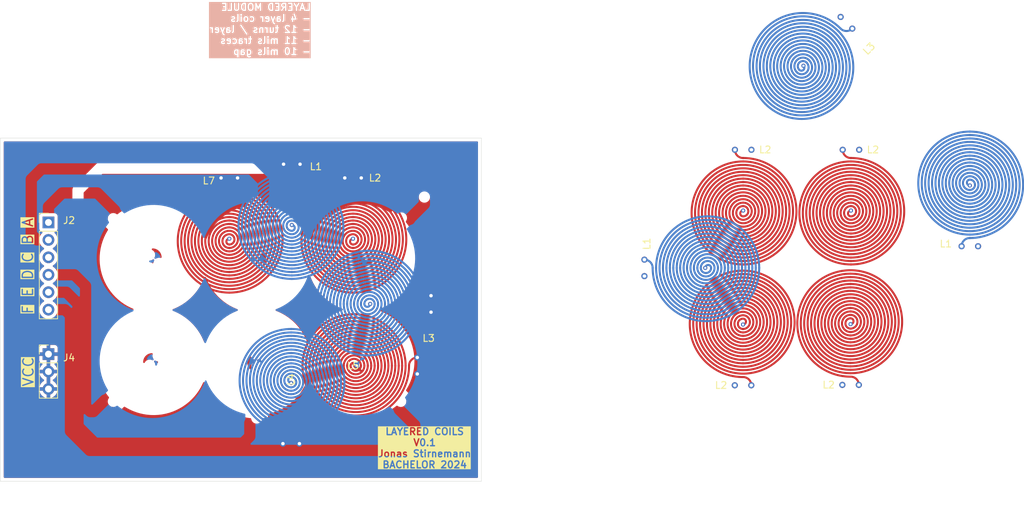
<source format=kicad_pcb>
(kicad_pcb (version 20240108) (generator "pcbnew") (generator_version "8.0")
  (layers (0 "F.Cu" signal) (1 "In1.Cu" signal) (2 "In2.Cu" signal) (31 "B.Cu" signal) (34 "B.Paste" user) (35 "F.Paste" user) (36 "B.SilkS" user "B.Silkscreen") (37 "F.SilkS" user "F.Silkscreen") (38 "B.Mask" user) (39 "F.Mask" user) (44 "Edge.Cuts" user))
  (net 0 "")
  (net 1 "/C")
  (net 2 "/E")
  (net 3 "/A")
  (net 4 "/B")
  (net 5 "/F")
  (net 6 "/D")
  (net 7 "VCC")
  (footprint "sub_coils:top_coil" (layer "F.Cu") (at 190.4492 45.8978 90)
    (property "Reference" "L2" (at 9.35 3.2 360) (layer "F.SilkS"))
    (property "Value" "top_coil")
    (fp_arc (start 8.15 0) (mid 8.501472 -0.848528) (end 9.35 -1.2) (stroke (width 0.3)) (layer "F.Cu"))
    (fp_arc (start 8.15 0) (mid 0.4 7.75) (end -7.35 0) (stroke (width 0.3)) (layer "F.Cu"))
    (fp_arc (start 7.65 0) (mid 0.4 7.25) (end -6.85 0) (stroke (width 0.3)) (layer "F.Cu"))
    (fp_arc (start 7.15 0) (mid 0.4 6.75) (end -6.35 0) (stroke (width 0.3)) (layer "F.Cu"))
    (fp_arc (start 6.65 0) (mid 0.4 6.25) (end -5.85 0) (stroke (width 0.3)) (layer "F.Cu"))
    (fp_arc (start 6.15 0) (mid 0.4 5.75) (end -5.35 0) (stroke (width 0.3)) (layer "F.Cu"))
    (fp_arc (start 5.65 0) (mid 0.4 5.25) (end -4.85 0) (stroke (width 0.3)) (layer "F.Cu"))
    (fp_arc (start 5.15 0) (mid 0.4 4.75) (end -4.35 0) (stroke (width 0.3)) (layer "F.Cu"))
    (fp_arc (start 4.65 0) (mid 0.4 4.25) (end -3.85 0) (stroke (width 0.3)) (layer "F.Cu"))
    (fp_arc (start 4.15 0) (mid 0.4 3.75) (end -3.35 0) (stroke (width 0.3)) (layer "F.Cu"))
    (fp_arc (start 3.65 0) (mid 0.4 3.25) (end -2.85 0) (stroke (width 0.3)) (layer "F.Cu"))
    (fp_arc (start 3.15 0) (mid 0.4 2.75) (end -2.35 0) (stroke (width 0.3)) (layer "F.Cu"))
    (fp_arc (start 2.65 0) (mid 0.4 2.25) (end -1.85 0) (stroke (width 0.3)) (layer "F.Cu"))
    (fp_arc (start 2.15 0) (mid 0.4 1.75) (end -1.35 0) (stroke (width 0.3)) (layer "F.Cu"))
    (fp_arc (start 1.65 0) (mid 0.4 1.25) (end -0.85 0) (stroke (width 0.3)) (layer "F.Cu"))
    (fp_arc (start 1.15 0) (mid 0.4 0.75) (end -0.35 0) (stroke (width 0.3)) (layer "F.Cu"))
    (fp_arc (start -0.35 0) (mid 0.075 -0.425) (end 0.5 0) (stroke (width 0.3)) (layer "F.Cu"))
    (fp_arc (start -0.85 0) (mid 0.15 -1) (end 1.15 0) (stroke (width 0.3)) (layer "F.Cu"))
    (fp_arc (start -1.35 0) (mid 0.15 -1.5) (end 1.65 0) (stroke (width 0.3)) (layer "F.Cu"))
    (fp_arc (start -1.85 0) (mid 0.15 -2) (end 2.15 0) (stroke (width 0.3)) (layer "F.Cu"))
    (fp_arc (start -2.35 0) (mid 0.15 -2.5) (end 2.65 0) (stroke (width 0.3)) (layer "F.Cu"))
    (fp_arc (start -2.85 0) (mid 0.15 -3) (end 3.15 0) (stroke (width 0.3)) (layer "F.Cu"))
    (fp_arc (start -3.35 0) (mid 0.15 -3.5) (end 3.65 0) (stroke (width 0.3)) (layer "F.Cu"))
    (fp_arc (start -3.85 0) (mid 0.15 -4) (end 4.15 0) (stroke (width 0.3)) (layer "F.Cu"))
    (fp_arc (start -4.35 0) (mid 0.15 -4.5) (end 4.65 0) (stroke (width 0.3)) (layer "F.Cu"))
    (fp_arc (start -4.85 0) (mid 0.15 -5) (end 5.15 0) (stroke (width 0.3)) (layer "F.Cu"))
    (fp_arc (start -5.35 0) (mid 0.15 -5.5) (end 5.65 0) (stroke (width 0.3)) (layer "F.Cu"))
    (fp_arc (start -5.85 0) (mid 0.15 -6) (end 6.15 0) (stroke (width 0.3)) (layer "F.Cu"))
    (fp_arc (start -6.35 0) (mid 0.15 -6.5) (end 6.65 0) (stroke (width 0.3)) (layer "F.Cu"))
    (fp_arc (start -6.85 0) (mid 0.15 -7) (end 7.15 0) (stroke (width 0.3)) (layer "F.Cu"))
    (fp_arc (start -7.35 0) (mid 0.15 -7.5) (end 7.65 0) (stroke (width 0.3)) (layer "F.Cu"))
    (pad "1" thru_hole circle (at 9.35 -1.2 90) (size 0.9 0.9) (drill 0.5) (layers "*.Cu"))
    (pad "2" thru_hole circle (at 9.35 1.2 90) (size 0.9 0.9) (drill 0.5) (layers "*.Cu"))
    (pad "3" thru_hole circle (at 0.5 0 90) (size 0.6 0.6) (drill 0.3) (layers "*.Cu"))
  )
  (footprint "sub_coils:sub_coil" (layer "F.Cu") (at 183.186847 24.661353 45)
    (property "Reference" "L3" (at 9 5 45) (layer "F.SilkS"))
    (property "Value" "sub_coil")
    (fp_arc (start -7.35 0) (mid 0.4 -7.750001) (end 8.15 0) (stroke (width 0.3)) (layer "B.Cu"))
    (fp_arc (start -6.849999 0) (mid 0.4 -7.25) (end 7.65 0) (stroke (width 0.3)) (layer "B.Cu"))
    (fp_arc (start -6.35 0) (mid 0.4 -6.75) (end 7.149999 0) (stroke (width 0.3)) (layer "B.Cu"))
    (fp_arc (start -5.85 0) (mid 0.4 -6.250001) (end 6.65 0) (stroke (width 0.3)) (layer "B.Cu"))
    (fp_arc (start -5.35 0) (mid 0.4 -5.75) (end 6.15 0) (stroke (width 0.3)) (layer "B.Cu"))
    (fp_arc (start -4.85 0) (mid 0.4 -5.250001) (end 5.65 0) (stroke (width 0.3)) (layer "B.Cu"))
    (fp_arc (start -4.349999 0) (mid 0.4 -4.75) (end 5.15 0) (stroke (width 0.3)) (layer "B.Cu"))
    (fp_arc (start -3.85 0) (mid 0.4 -4.25) (end 4.650001 0) (stroke (width 0.3)) (layer "B.Cu"))
    (fp_arc (start -3.35 0) (mid 0.4 -3.750001) (end 4.15 0) (stroke (width 0.3)) (layer "B.Cu"))
    (fp_arc (start -2.85 0) (mid 0.4 -3.25) (end 3.65 0) (stroke (width 0.3)) (layer "B.Cu"))
    (fp_arc (start -2.35 0) (mid 0.4 -2.75) (end 3.149999 0) (stroke (width 0.3)) (layer "B.Cu"))
    (fp_arc (start -1.850001 0) (mid 0.4 -2.250001) (end 2.65 0) (stroke (width 0.3)) (layer "B.Cu"))
    (fp_arc (start -1.35 0) (mid 0.4 -1.75) (end 2.150001 0) (stroke (width 0.3)) (layer "B.Cu"))
    (fp_arc (start -0.85 0) (mid 0.4 -1.250001) (end 1.65 0) (stroke (width 0.3)) (layer "B.Cu"))
    (fp_arc (start -0.349999 0) (mid 0.4 -0.75) (end 1.15 0) (stroke (width 0.3)) (layer "B.Cu"))
    (fp_arc (start 0.499999 0) (mid 0.075 0.424999) (end -0.349999 0) (stroke (width 0.3)) (layer "B.Cu"))
    (fp_arc (start 1.15 0) (mid 0.15 1) (end -0.85 0) (stroke (width 0.3)) (layer "B.Cu"))
    (fp_arc (start 1.65 0) (mid 0.15 1.5) (end -1.35 0) (stroke (width 0.3)) (layer "B.Cu"))
    (fp_arc (start 2.150001 0) (mid 0.15 2.000001) (end -1.850001 0) (stroke (width 0.3)) (layer "B.Cu"))
    (fp_arc (start 2.65 0) (mid 0.15 2.5) (end -2.35 0) (stroke (width 0.3)) (layer "B.Cu"))
    (fp_arc (start 3.149999 0) (mid 0.15 3) (end -2.85 0) (stroke (width 0.3)) (layer "B.Cu"))
    (fp_arc (start 3.65 0) (mid 0.15 3.5) (end -3.35 0) (stroke (width 0.3)) (layer "B.Cu"))
    (fp_arc (start 4.15 0) (mid 0.15 4) (end -3.85 0) (stroke (width 0.3)) (layer "B.Cu"))
    (fp_arc (start 4.650001 0) (mid 0.15 4.500001) (end -4.349999 0) (stroke (width 0.3)) (layer "B.Cu"))
    (fp_arc (start 5.15 0) (mid 0.15 5) (end -4.85 0) (stroke (width 0.3)) (layer "B.Cu"))
    (fp_arc (start 5.65 0) (mid 0.15 5.5) (end -5.35 0) (stroke (width 0.3)) (layer "B.Cu"))
    (fp_arc (start 6.15 0) (mid 0.15 6) (end -5.85 0) (stroke (width 0.3)) (layer "B.Cu"))
    (fp_arc (start 6.65 0) (mid 0.15 6.5) (end -6.35 0) (stroke (width 0.3)) (layer "B.Cu"))
    (fp_arc (start 7.149999 0) (mid 0.15 6.999999) (end -6.849999 0) (stroke (width 0.3)) (layer "B.Cu"))
    (fp_arc (start 7.65 0) (mid 0.15 7.5) (end -7.35 0) (stroke (width 0.3)) (layer "B.Cu"))
    (fp_arc (start 9.35 1.200001) (mid 8.501471 0.848529) (end 8.15 0) (stroke (width 0.3)) (layer "B.Cu"))
    (pad "1" thru_hole circle (at 9.35 -1.200001 45) (size 0.9 0.9) (drill 0.5) (layers "*.Cu"))
    (pad "2" thru_hole circle (at 9.35 1.200001 45) (size 0.9 0.9) (drill 0.5) (layers "*.Cu"))
    (pad "3" thru_hole circle (at 0.499999 0 45) (size 0.6 0.6) (drill 0.3) (layers "*.Cu"))
  )
  (footprint "Connector_PinHeader_2.54mm:PinHeader_1x06_P2.54mm_Vertical" (layer "F.Cu") (at 73.684315 47.134315)
    (property "Reference" "J2" (at 3 -0.3 0) (layer "F.SilkS"))
    (property "Value" "Conn_01x06_Pin")
    (fp_line (start -1.33 -1.33) (end 0 -1.33) (stroke (width 0.12)) (layer "F.SilkS"))
    (fp_line (start -1.33 0) (end -1.33 -1.33) (stroke (width 0.12)) (layer "F.SilkS"))
    (fp_line (start -1.33 1.27) (end -1.33 14.03) (stroke (width 0.12)) (layer "F.SilkS"))
    (fp_line (start -1.33 1.27) (end 1.33 1.27) (stroke (width 0.12)) (layer "F.SilkS"))
    (fp_line (start -1.33 14.03) (end 1.33 14.03) (stroke (width 0.12)) (layer "F.SilkS"))
    (fp_line (start 1.33 1.27) (end 1.33 14.03) (stroke (width 0.12)) (layer "F.SilkS"))
    (pad "1" thru_hole rect (at 0 0) (size 1.7 1.7) (drill 1) (layers "*.Cu" "*.Mask") (net 3 "/A"))
    (pad "2" thru_hole oval (at 0 2.54) (size 1.7 1.7) (drill 1) (layers "*.Cu" "*.Mask") (net 4 "/B"))
    (pad "3" thru_hole oval (at 0 5.08) (size 1.7 1.7) (drill 1) (layers "*.Cu" "*.Mask") (net 1 "/C"))
    (pad "4" thru_hole oval (at 0 7.62) (size 1.7 1.7) (drill 1) (layers "*.Cu" "*.Mask") (net 6 "/D"))
    (pad "5" thru_hole oval (at 0 10.16) (size 1.7 1.7) (drill 1) (layers "*.Cu" "*.Mask") (net 2 "/E"))
    (pad "6" thru_hole oval (at 0 12.7) (size 1.7 1.7) (drill 1) (layers "*.Cu" "*.Mask") (net 5 "/F"))
  )
  (footprint "sub_coils:sub_coil" (layer "F.Cu") (at 169.75 53.75 180)
    (property "Reference" "L1" (at 9 3.5 90) (layer "F.SilkS"))
    (property "Value" "sub_coil")
    (fp_arc (start 9.35 1.200001) (mid 8.501471 0.848529) (end 8.15 0) (stroke (width 0.3)) (layer "B.Cu"))
    (fp_arc (start 7.65 0) (mid 0.15 7.5) (end -7.35 0) (stroke (width 0.3)) (layer "B.Cu"))
    (fp_arc (start 7.149999 0) (mid 0.15 6.999999) (end -6.849999 0) (stroke (width 0.3)) (layer "B.Cu"))
    (fp_arc (start 6.65 0) (mid 0.15 6.5) (end -6.35 0) (stroke (width 0.3)) (layer "B.Cu"))
    (fp_arc (start 6.15 0) (mid 0.15 6) (end -5.85 0) (stroke (width 0.3)) (layer "B.Cu"))
    (fp_arc (start 5.65 0) (mid 0.15 5.5) (end -5.35 0) (stroke (width 0.3)) (layer "B.Cu"))
    (fp_arc (start 5.15 0) (mid 0.15 5) (end -4.85 0) (stroke (width 0.3)) (layer "B.Cu"))
    (fp_arc (start 4.650001 0) (mid 0.15 4.500001) (end -4.349999 0) (stroke (width 0.3)) (layer "B.Cu"))
    (fp_arc (start 4.15 0) (mid 0.15 4) (end -3.85 0) (stroke (width 0.3)) (layer "B.Cu"))
    (fp_arc (start 3.65 0) (mid 0.15 3.5) (end -3.35 0) (stroke (width 0.3)) (layer "B.Cu"))
    (fp_arc (start 3.149999 0) (mid 0.15 2.999999) (end -2.85 0) (stroke (width 0.3)) (layer "B.Cu"))
    (fp_arc (start 2.65 0) (mid 0.15 2.5) (end -2.35 0) (stroke (width 0.3)) (layer "B.Cu"))
    (fp_arc (start 2.150001 0) (mid 0.15 2.000001) (end -1.850001 0) (stroke (width 0.3)) (layer "B.Cu"))
    (fp_arc (start 1.65 0) (mid 0.15 1.5) (end -1.35 0) (stroke (width 0.3)) (layer "B.Cu"))
    (fp_arc (start 1.15 0) (mid 0.15 1) (end -0.85 0) (stroke (width 0.3)) (layer "B.Cu"))
    (fp_arc (start 0.499999 0) (mid 0.075 0.424999) (end -0.349999 0) (stroke (width 0.3)) (layer "B.Cu"))
    (fp_arc (start -0.349999 0) (mid 0.4 -0.749999) (end 1.15 0) (stroke (width 0.3)) (layer "B.Cu"))
    (fp_arc (start -0.85 0) (mid 0.4 -1.25) (end 1.65 0) (stroke (width 0.3)) (layer "B.Cu"))
    (fp_arc (start -1.35 0) (mid 0.4 -1.75) (end 2.150001 0) (stroke (width 0.3)) (layer "B.Cu"))
    (fp_arc (start -1.850001 0) (mid 0.4 -2.250001) (end 2.65 0) (stroke (width 0.3)) (layer "B.Cu"))
    (fp_arc (start -2.35 0) (mid 0.4 -2.75) (end 3.149999 0) (stroke (width 0.3)) (layer "B.Cu"))
    (fp_arc (start -2.85 0) (mid 0.4 -3.25) (end 3.65 0) (stroke (width 0.3)) (layer "B.Cu"))
    (fp_arc (start -3.35 0) (mid 0.4 -3.75) (end 4.15 0) (stroke (width 0.3)) (layer "B.Cu"))
    (fp_arc (start -3.85 0) (mid 0.4 -4.25) (end 4.650001 0) (stroke (width 0.3)) (layer "B.Cu"))
    (fp_arc (start -4.349999 0) (mid 0.4 -4.749999) (end 5.15 0) (stroke (width 0.3)) (layer "B.Cu"))
    (fp_arc (start -4.85 0) (mid 0.4 -5.25) (end 5.65 0) (stroke (width 0.3)) (layer "B.Cu"))
    (fp_arc (start -5.35 0) (mid 0.4 -5.75) (end 6.15 0) (stroke (width 0.3)) (layer "B.Cu"))
    (fp_arc (start -5.85 0) (mid 0.4 -6.25) (end 6.65 0) (stroke (width 0.3)) (layer "B.Cu"))
    (fp_arc (start -6.35 0) (mid 0.4 -6.75) (end 7.149999 0) (stroke (width 0.3)) (layer "B.Cu"))
    (fp_arc (start -6.849999 0) (mid 0.4 -7.249999) (end 7.65 0) (stroke (width 0.3)) (layer "B.Cu"))
    (fp_arc (start -7.35 0) (mid 0.4 -7.75) (end 8.15 0) (stroke (width 0.3)) (layer "B.Cu"))
    (pad "1" thru_hole circle (at 9.35 -1.200001 180) (size 0.9 0.9) (drill 0.5) (layers "*.Cu") (net 7 "VCC"))
    (pad "2" thru_hole circle (at 9.35 1.200001 180) (size 0.9 0.9) (drill 0.5) (layers "*.Cu") (net 4 "/B"))
    (pad "3" thru_hole circle (at 0.499999 0 180) (size 0.6 0.6) (drill 0.3) (layers "*.Cu"))
  )
  (footprint "sub_coils:sub_coil" (layer "F.Cu") (at 109 70 -90)
    (property "Reference" "L4" (at 0 0 90) (layer "F.SilkS"))
    (property "Value" "sub_coil")
    (fp_arc (start 9.35 1.2) (mid 8.501472 0.848528) (end 8.15 0) (stroke (width 0.3)) (layer "B.Cu"))
    (fp_arc (start -7.35 0) (mid 0.4 -7.75) (end 8.15 0) (stroke (width 0.3)) (layer "B.Cu"))
    (fp_arc (start -6.85 0) (mid 0.4 -7.25) (end 7.65 0) (stroke (width 0.3)) (layer "B.Cu"))
    (fp_arc (start -6.35 0) (mid 0.4 -6.75) (end 7.15 0) (stroke (width 0.3)) (layer "B.Cu"))
    (fp_arc (start -5.85 0) (mid 0.4 -6.25) (end 6.65 0) (stroke (width 0.3)) (layer "B.Cu"))
    (fp_arc (start -5.35 0) (mid 0.4 -5.75) (end 6.15 0) (stroke (width 0.3)) (layer "B.Cu"))
    (fp_arc (start -4.85 0) (mid 0.4 -5.25) (end 5.65 0) (stroke (width 0.3)) (layer "B.Cu"))
    (fp_arc (start -4.35 0) (mid 0.4 -4.75) (end 5.15 0) (stroke (width 0.3)) (layer "B.Cu"))
    (fp_arc (start -3.85 0) (mid 0.4 -4.25) (end 4.65 0) (stroke (width 0.3)) (layer "B.Cu"))
    (fp_arc (start -3.35 0) (mid 0.4 -3.75) (end 4.15 0) (stroke (width 0.3)) (layer "B.Cu"))
    (fp_arc (start -2.85 0) (mid 0.4 -3.25) (end 3.65 0) (stroke (width 0.3)) (layer "B.Cu"))
    (fp_arc (start -2.35 0) (mid 0.4 -2.75) (end 3.15 0) (stroke (width 0.3)) (layer "B.Cu"))
    (fp_arc (start -1.85 0) (mid 0.4 -2.25) (end 2.65 0) (stroke (width 0.3)) (layer "B.Cu"))
    (fp_arc (start -1.35 0) (mid 0.4 -1.75) (end 2.15 0) (stroke (width 0.3)) (layer "B.Cu"))
    (fp_arc (start -0.85 0) (mid 0.4 -1.25) (end 1.65 0) (stroke (width 0.3)) (layer "B.Cu"))
    (fp_arc (start -0.35 0) (mid 0.4 -0.75) (end 1.15 0) (stroke (width 0.3)) (layer "B.Cu"))
    (fp_arc (start 0.5 0) (mid 0.075 0.425) (end -0.35 0) (stroke (width 0.3)) (layer "B.Cu"))
    (fp_arc (start 1.15 0) (mid 0.15 1) (end -0.85 0) (stroke (width 0.3)) (layer "B.Cu"))
    (fp_arc (start 1.65 0) (mid 0.15 1.5) (end -1.35 0) (stroke (width 0.3)) (layer "B.Cu"))
    (fp_arc (start 2.15 0) (mid 0.15 2) (end -1.85 0) (stroke (width 0.3)) (layer "B.Cu"))
    (fp_arc (start 2.65 0) (mid 0.15 2.5) (end -2.35 0) (stroke (width 0.3)) (layer "B.Cu"))
    (fp_arc (start 3.15 0) (mid 0.15 3) (end -2.85 0) (stroke (width 0.3)) (layer "B.Cu"))
    (fp_arc (start 3.65 0) (mid 0.15 3.5) (end -3.35 0) (stroke (width 0.3)) (layer "B.Cu"))
    (fp_arc (start 4.15 0) (mid 0.15 4) (end -3.85 0) (stroke (width 0.3)) (layer "B.Cu"))
    (fp_arc (start 4.65 0) (mid 0.15 4.5) (end -4.35 0) (stroke (width 0.3)) (layer "B.Cu"))
    (fp_arc (start 5.15 0) (mid 0.15 5) (end -4.85 0) (stroke (width 0.3)) (layer "B.Cu"))
    (fp_arc (start 5.65 0) (mid 0.15 5.5) (end -5.35 0) (stroke (width 0.3)) (layer "B.Cu"))
    (fp_arc (start 6.15 0) (mid 0.15 6) (end -5.85 0) (stroke (width 0.3)) (layer "B.Cu"))
    (fp_arc (start 6.65 0) (mid 0.15 6.5) (end -6.35 0) (stroke (width 0.3)) (layer "B.Cu"))
    (fp_arc (start 7.15 0) (mid 0.15 7) (end -6.85 0) (stroke (width 0.3)) (layer "B.Cu"))
    (fp_arc (start 7.65 0) (mid 0.15 7.5) (end -7.35 0) (stroke (width 0.3)) (layer "B.Cu"))
    (pad "1" thru_hole circle (at 9.35 -1.2 270) (size 0.9 0.9) (drill 0.5) (layers "*.Cu") (net 7 "VCC"))
    (pad "2" thru_hole circle (at 9.35 1.2 270) (size 0.9 0.9) (drill 0.5) (layers "*.Cu") (net 5 "/F"))
    (pad "3" thru_hole circle (at 0.5 0 270) (size 0.6 0.6) (drill 0.3) (layers "*.Cu"))
  )
  (footprint "sub_coils:top_coil" (layer "F.Cu") (at 174.769 45.8982 90)
    (property "Reference" "L2" (at 9.35 3.2 0) (layer "F.SilkS"))
    (property "Value" "top_coil")
    (fp_arc (start 8.15 0) (mid 8.501472 -0.848528) (end 9.35 -1.2) (stroke (width 0.3)) (layer "F.Cu"))
    (fp_arc (start 8.15 0) (mid 0.4 7.75) (end -7.35 0) (stroke (width 0.3)) (layer "F.Cu"))
    (fp_arc (start 7.65 0) (mid 0.4 7.25) (end -6.85 0) (stroke (width 0.3)) (layer "F.Cu"))
    (fp_arc (start 7.15 0) (mid 0.4 6.75) (end -6.35 0) (stroke (width 0.3)) (layer "F.Cu"))
    (fp_arc (start 6.65 0) (mid 0.4 6.25) (end -5.85 0) (stroke (width 0.3)) (layer "F.Cu"))
    (fp_arc (start 6.15 0) (mid 0.4 5.75) (end -5.35 0) (stroke (width 0.3)) (layer "F.Cu"))
    (fp_arc (start 5.65 0) (mid 0.4 5.25) (end -4.85 0) (stroke (width 0.3)) (layer "F.Cu"))
    (fp_arc (start 5.15 0) (mid 0.4 4.75) (end -4.35 0) (stroke (width 0.3)) (layer "F.Cu"))
    (fp_arc (start 4.65 0) (mid 0.4 4.25) (end -3.85 0) (stroke (width 0.3)) (layer "F.Cu"))
    (fp_arc (start 4.15 0) (mid 0.4 3.75) (end -3.35 0) (stroke (width 0.3)) (layer "F.Cu"))
    (fp_arc (start 3.65 0) (mid 0.4 3.25) (end -2.85 0) (stroke (width 0.3)) (layer "F.Cu"))
    (fp_arc (start 3.15 0) (mid 0.4 2.75) (end -2.35 0) (stroke (width 0.3)) (layer "F.Cu"))
    (fp_arc (start 2.65 0) (mid 0.4 2.25) (end -1.85 0) (stroke (width 0.3)) (layer "F.Cu"))
    (fp_arc (start 2.15 0) (mid 0.4 1.75) (end -1.35 0) (stroke (width 0.3)) (layer "F.Cu"))
    (fp_arc (start 1.65 0) (mid 0.4 1.25) (end -0.85 0) (stroke (width 0.3)) (layer "F.Cu"))
    (fp_arc (start 1.15 0) (mid 0.4 0.75) (end -0.35 0) (stroke (width 0.3)) (layer "F.Cu"))
    (fp_arc (start -0.35 0) (mid 0.075 -0.425) (end 0.5 0) (stroke (width 0.3)) (layer "F.Cu"))
    (fp_arc (start -0.85 0) (mid 0.15 -1) (end 1.15 0) (stroke (width 0.3)) (layer "F.Cu"))
    (fp_arc (start -1.35 0) (mid 0.15 -1.5) (end 1.65 0) (stroke (width 0.3)) (layer "F.Cu"))
    (fp_arc (start -1.85 0) (mid 0.15 -2) (end 2.15 0) (stroke (width 0.3)) (layer "F.Cu"))
    (fp_arc (start -2.35 0) (mid 0.15 -2.5) (end 2.65 0) (stroke (width 0.3)) (layer "F.Cu"))
    (fp_arc (start -2.85 0) (mid 0.15 -3) (end 3.15 0) (stroke (width 0.3)) (layer "F.Cu"))
    (fp_arc (start -3.35 0) (mid 0.15 -3.5) (end 3.65 0) (stroke (width 0.3)) (layer "F.Cu"))
    (fp_arc (start -3.85 0) (mid 0.15 -4) (end 4.15 0) (stroke (width 0.3)) (layer "F.Cu"))
    (fp_arc (start -4.35 0) (mid 0.15 -4.5) (end 4.65 0) (stroke (width 0.3)) (layer "F.Cu"))
    (fp_arc (start -4.85 0) (mid 0.15 -5) (end 5.15 0) (stroke (width 0.3)) (layer "F.Cu"))
    (fp_arc (start -5.35 0) (mid 0.15 -5.5) (end 5.65 0) (stroke (width 0.3)) (layer "F.Cu"))
    (fp_arc (start -5.85 0) (mid 0.15 -6) (end 6.15 0) (stroke (width 0.3)) (layer "F.Cu"))
    (fp_arc (start -6.35 0) (mid 0.15 -6.5) (end 6.65 0) (stroke (width 0.3)) (layer "F.Cu"))
    (fp_arc (start -6.85 0) (mid 0.15 -7) (end 7.15 0) (stroke (width 0.3)) (layer "F.Cu"))
    (fp_arc (start -7.35 0) (mid 0.15 -7.5) (end 7.65 0) (stroke (width 0.3)) (layer "F.Cu"))
    (pad "1" thru_hole circle (at 9.35 -1.2 90) (size 0.9 0.9) (drill 0.5) (layers "*.Cu") (net 7 "VCC"))
    (pad "2" thru_hole circle (at 9.35 1.2 90) (size 0.9 0.9) (drill 0.5) (layers "*.Cu") (net 1 "/C"))
    (pad "3" thru_hole circle (at 0.5 0 90) (size 0.6 0.6) (drill 0.3) (layers "*.Cu"))
  )
  (footprint "sub_coils:sub_coil" (layer "F.Cu") (at 207.75 41.25 -90)
    (property "Reference" "L1" (at 9 3.5 360) (layer "F.SilkS"))
    (property "Value" "sub_coil")
    (fp_arc (start 9.35 1.200001) (mid 8.501471 0.848529) (end 8.15 0) (stroke (width 0.3)) (layer "B.Cu"))
    (fp_arc (start -7.35 0) (mid 0.4 -7.75) (end 8.15 0) (stroke (width 0.3)) (layer "B.Cu"))
    (fp_arc (start -6.849999 0) (mid 0.4 -7.249998) (end 7.65 0) (stroke (width 0.3)) (layer "B.Cu"))
    (fp_arc (start -6.35 0) (mid 0.4 -6.750001) (end 7.149999 0) (stroke (width 0.3)) (layer "B.Cu"))
    (fp_arc (start -5.85 0) (mid 0.4 -6.25) (end 6.65 0) (stroke (width 0.3)) (layer "B.Cu"))
    (fp_arc (start -5.35 0) (mid 0.4 -5.75) (end 6.15 0) (stroke (width 0.3)) (layer "B.Cu"))
    (fp_arc (start -4.85 0) (mid 0.4 -5.25) (end 5.65 0) (stroke (width 0.3)) (layer "B.Cu"))
    (fp_arc (start -4.349999 0) (mid 0.400001 -4.749999) (end 5.15 0) (stroke (width 0.3)) (layer "B.Cu"))
    (fp_arc (start -3.85 0) (mid 0.4 -4.249999) (end 4.650001 0) (stroke (width 0.3)) (layer "B.Cu"))
    (fp_arc (start -3.35 0) (mid 0.4 -3.75) (end 4.15 0) (stroke (width 0.3)) (layer "B.Cu"))
    (fp_arc (start -2.85 0) (mid 0.4 -3.25) (end 3.65 0) (stroke (width 0.3)) (layer "B.Cu"))
    (fp_arc (start -2.35 0) (mid 0.4 -2.750001) (end 3.149999 0) (stroke (width 0.3)) (layer "B.Cu"))
    (fp_arc (start -1.850001 0) (mid 0.4 -2.250002) (end 2.65 0) (stroke (width 0.3)) (layer "B.Cu"))
    (fp_arc (start -1.35 0) (mid 0.400001 -1.75) (end 2.150001 0) (stroke (width 0.3)) (layer "B.Cu"))
    (fp_arc (start -0.85 0) (mid 0.4 -1.25) (end 1.65 0) (stroke (width 0.3)) (layer "B.Cu"))
    (fp_arc (start -0.349999 0) (mid 0.400001 -0.749999) (end 1.15 0) (stroke (width 0.3)) (layer "B.Cu"))
    (fp_arc (start 0.499999 0) (mid 0.075 0.424999) (end -0.349999 0) (stroke (width 0.3)) (layer "B.Cu"))
    (fp_arc (start 1.15 0) (mid 0.15 1) (end -0.85 0) (stroke (width 0.3)) (layer "B.Cu"))
    (fp_arc (start 1.65 0) (mid 0.15 1.5) (end -1.35 0) (stroke (width 0.3)) (layer "B.Cu"))
    (fp_arc (start 2.150001 0) (mid 0.15 2.000001) (end -1.850001 0) (stroke (width 0.3)) (layer "B.Cu"))
    (fp_arc (start 2.65 0) (mid 0.15 2.5) (end -2.35 0) (stroke (width 0.3)) (layer "B.Cu"))
    (fp_arc (start 3.149999 0) (mid 0.15 2.999998) (end -2.85 0) (stroke (width 0.3)) (layer "B.Cu"))
    (fp_arc (start 3.65 0) (mid 0.15 3.5) (end -3.35 0) (stroke (width 0.3)) (layer "B.Cu"))
    (fp_arc (start 4.15 0) (mid 0.15 4) (end -3.85 0) (stroke (width 0.3)) (layer "B.Cu"))
    (fp_arc (start 4.650001 0) (mid 0.150001 4.500001) (end -4.349999 0) (stroke (width 0.3)) (layer "B.Cu"))
    (fp_arc (start 5.15 0) (mid 0.15 5) (end -4.85 0) (stroke (width 0.3)) (layer "B.Cu"))
    (fp_arc (start 5.65 0) (mid 0.15 5.5) (end -5.35 0) (stroke (width 0.3)) (layer "B.Cu"))
    (fp_arc (start 6.15 0) (mid 0.15 6) (end -5.85 0) (stroke (width 0.3)) (layer "B.Cu"))
    (fp_arc (start 6.65 0) (mid 0.15 6.5) (end -6.35 0) (stroke (width 0.3)) (layer "B.Cu"))
    (fp_arc (start 7.149999 0) (mid 0.15 6.999999) (end -6.849999 0) (stroke (width 0.3)) (layer "B.Cu"))
    (fp_arc (start 7.65 0) (mid 0.15 7.5) (end -7.35 0) (stroke (width 0.3)) (layer "B.Cu"))
    (pad "1" thru_hole circle (at 9.35 -1.200001 270) (size 0.9 0.9) (drill 0.5) (layers "*.Cu"))
    (pad "2" thru_hole circle (at 9.35 1.200001 270) (size 0.9 0.9) (drill 0.5) (layers "*.Cu"))
    (pad "3" thru_hole circle (at 0.499999 0 270) (size 0.6 0.6) (drill 0.3) (layers "*.Cu"))
  )
  (footprint "sub_coils:sub_coil" (layer "F.Cu") (at 109.093 48 90)
    (property "Reference" "L1" (at 9 3.5 180) (layer "F.SilkS"))
    (property "Value" "sub_coil")
    (fp_arc (start 7.65 0) (mid 0.15 7.5) (end -7.35 0) (stroke (width 0.3)) (layer "B.Cu"))
    (fp_arc (start 7.15 0) (mid 0.15 7) (end -6.85 0) (stroke (width 0.3)) (layer "B.Cu"))
    (fp_arc (start 6.65 0) (mid 0.15 6.5) (end -6.35 0) (stroke (width 0.3)) (layer "B.Cu"))
    (fp_arc (start 6.15 0) (mid 0.15 6) (end -5.85 0) (stroke (width 0.3)) (layer "B.Cu"))
    (fp_arc (start 5.65 0) (mid 0.15 5.5) (end -5.35 0) (stroke (width 0.3)) (layer "B.Cu"))
    (fp_arc (start 5.15 0) (mid 0.15 5) (end -4.85 0) (stroke (width 0.3)) (layer "B.Cu"))
    (fp_arc (start 4.65 0) (mid 0.15 4.5) (end -4.35 0) (stroke (width 0.3)) (layer "B.Cu"))
    (fp_arc (start 4.15 0) (mid 0.15 4) (end -3.85 0) (stroke (width 0.3)) (layer "B.Cu"))
    (fp_arc (start 3.65 0) (mid 0.15 3.5) (end -3.35 0) (stroke (width 0.3)) (layer "B.Cu"))
    (fp_arc (start 3.15 0) (mid 0.15 3) (end -2.85 0) (stroke (width 0.3)) (layer "B.Cu"))
    (fp_arc (start 2.65 0) (mid 0.15 2.5) (end -2.35 0) (stroke (width 0.3)) (layer "B.Cu"))
    (fp_arc (start 2.15 0) (mid 0.15 2) (end -1.85 0) (stroke (width 0.3)) (layer "B.Cu"))
    (fp_arc (start 1.65 0) (mid 0.15 1.5) (end -1.35 0) (stroke (width 0.3)) (layer "B.Cu"))
    (fp_arc (start 1.15 0) (mid 0.15 1) (end -0.85 0) (stroke (width 0.3)) (layer "B.Cu"))
    (fp_arc (start 0.5 0) (mid 0.075 0.425) (end -0.35 0) (stroke (width 0.3)) (layer "B.Cu"))
    (fp_arc (start -0.35 0) (mid 0.4 -0.75) (end 1.15 0) (stroke (width 0.3)) (layer "B.Cu"))
    (fp_arc (start -0.85 0) (mid 0.4 -1.25) (end 1.65 0) (stroke (width 0.3)) (layer "B.Cu"))
    (fp_arc (start -1.35 0) (mid 0.4 -1.75) (end 2.15 0) (stroke (width 0.3)) (layer "B.Cu"))
    (fp_arc (start -1.85 0) (mid 0.4 -2.25) (end 2.65 0) (stroke (width 0.3)) (layer "B.Cu"))
    (fp_arc (start -2.35 0) (mid 0.4 -2.75) (end 3.15 0) (stroke (width 0.3)) (layer "B.Cu"))
    (fp_arc (start -2.85 0) (mid 0.4 -3.25) (end 3.65 0) (stroke (width 0.3)) (layer "B.Cu"))
    (fp_arc (start -3.35 0) (mid 0.4 -3.75) (end 4.15 0) (stroke (width 0.3)) (layer "B.Cu"))
    (fp_arc (start -3.85 0) (mid 0.4 -4.25) (end 4.65 0) (stroke (width 0.3)) (layer "B.Cu"))
    (fp_arc (start -4.35 0) (mid 0.4 -4.75) (end 5.15 0) (stroke (width 0.3)) (layer "B.Cu"))
    (fp_arc (start -4.85 0) (mid 0.4 -5.25) (end 5.65 0) (stroke (width 0.3)) (layer "B.Cu"))
    (fp_arc (start -5.35 0) (mid 0.4 -5.75) (end 6.15 0) (stroke (width 0.3)) (layer "B.Cu"))
    (fp_arc (start -5.85 0) (mid 0.4 -6.25) (end 6.65 0) (stroke (width 0.3)) (layer "B.Cu"))
    (fp_arc (start -6.35 0) (mid 0.4 -6.75) (end 7.15 0) (stroke (width 0.3)) (layer "B.Cu"))
    (fp_arc (start -6.85 0) (mid 0.4 -7.25) (end 7.65 0) (stroke (width 0.3)) (layer "B.Cu"))
    (fp_arc (start -7.35 0) (mid 0.4 -7.75) (end 8.15 0) (stroke (width 0.3)) (layer "B.Cu"))
    (fp_arc (start 9.35 1.2) (mid 8.501472 0.848528) (end 8.15 0) (stroke (width 0.3)) (layer "B.Cu"))
    (pad "1" thru_hole circle (at 9.35 -1.2 90) (size 0.9 0.9) (drill 0.5) (layers "*.Cu") (net 7 "VCC"))
    (pad "2" thru_hole circle (at 9.35 1.2 90) (size 0.9 0.9) (drill 0.5) (layers "*.Cu") (net 4 "/B"))
    (pad "3" thru_hole circle (at 0.5 0 90) (size 0.6 0.6) (drill 0.3) (layers "*.Cu"))
  )
  (footprint "sub_coils:sub_coil" (layer "F.Cu") (at 120 59)
    (property "Reference" "L3" (at 9 5 0) (layer "F.SilkS"))
    (property "Value" "sub_coil")
    (fp_arc (start -7.35 0) (mid 0.4 -7.75) (end 8.15 0) (stroke (width 0.3)) (layer "B.Cu"))
    (fp_arc (start -6.85 0) (mid 0.4 -7.25) (end 7.65 0) (stroke (width 0.3)) (layer "B.Cu"))
    (fp_arc (start -6.35 0) (mid 0.4 -6.75) (end 7.15 0) (stroke (width 0.3)) (layer "B.Cu"))
    (fp_arc (start -5.85 0) (mid 0.4 -6.25) (end 6.65 0) (stroke (width 0.3)) (layer "B.Cu"))
    (fp_arc (start -5.35 0) (mid 0.4 -5.75) (end 6.15 0) (stroke (width 0.3)) (layer "B.Cu"))
    (fp_arc (start -4.85 0) (mid 0.4 -5.25) (end 5.65 0) (stroke (width 0.3)) (layer "B.Cu"))
    (fp_arc (start -4.35 0) (mid 0.4 -4.75) (end 5.15 0) (stroke (width 0.3)) (layer "B.Cu"))
    (fp_arc (start -3.85 0) (mid 0.4 -4.25) (end 4.65 0) (stroke (width 0.3)) (layer "B.Cu"))
    (fp_arc (start -3.35 0) (mid 0.4 -3.75) (end 4.15 0) (stroke (width 0.3)) (layer "B.Cu"))
    (fp_arc (start -2.85 0) (mid 0.4 -3.25) (end 3.65 0) (stroke (width 0.3)) (layer "B.Cu"))
    (fp_arc (start -2.35 0) (mid 0.4 -2.75) (end 3.15 0) (stroke (width 0.3)) (layer "B.Cu"))
    (fp_arc (start -1.85 0) (mid 0.4 -2.25) (end 2.65 0) (stroke (width 0.3)) (layer "B.Cu"))
    (fp_arc (start -1.35 0) (mid 0.4 -1.75) (end 2.15 0) (stroke (width 0.3)) (layer "B.Cu"))
    (fp_arc (start -0.85 0) (mid 0.4 -1.25) (end 1.65 0) (stroke (width 0.3)) (layer "B.Cu"))
    (fp_arc (start -0.35 0) (mid 0.4 -0.75) (end 1.15 0) (stroke (width 0.3)) (layer "B.Cu"))
    (fp_arc (start 0.5 0) (mid 0.075 0.425) (end -0.35 0) (stroke (width 0.3)) (layer "B.Cu"))
    (fp_arc (start 1.15 0) (mid 0.15 1) (end -0.85 0) (stroke (width 0.3)) (layer "B.Cu"))
    (fp_arc (start 1.65 0) (mid 0.15 1.5) (end -1.35 0) (stroke (width 0.3)) (layer "B.Cu"))
    (fp_arc (start 2.15 0) (mid 0.15 2) (end -1.85 0) (stroke (width 0.3)) (layer "B.Cu"))
    (fp_arc (start 2.65 0) (mid 0.15 2.5) (end -2.35 0) (stroke (width 0.3)) (layer "B.Cu"))
    (fp_arc (start 3.15 0) (mid 0.15 3) (end -2.85 0) (stroke (width 0.3)) (layer "B.Cu"))
    (fp_arc (start 3.65 0) (mid 0.15 3.5) (end -3.35 0) (stroke (width 0.3)) (layer "B.Cu"))
    (fp_arc (start 4.15 0) (mid 0.15 4) (end -3.85 0) (stroke (width 0.3)) (layer "B.Cu"))
    (fp_arc (start 4.65 0) (mid 0.15 4.5) (end -4.35 0) (stroke (width 0.3)) (layer "B.Cu"))
    (fp_arc (start 5.15 0) (mid 0.15 5) (end -4.85 0) (stroke (width 0.3)) (layer "B.Cu"))
    (fp_arc (start 5.65 0) (mid 0.15 5.5) (end -5.35 0) (stroke (width 0.3)) (layer "B.Cu"))
    (fp_arc (start 6.15 0) (mid 0.15 6) (end -5.85 0) (stroke (width 0.3)) (layer "B.Cu"))
    (fp_arc (start 6.65 0) (mid 0.15 6.5) (end -6.35 0) (stroke (width 0.3)) (layer "B.Cu"))
    (fp_arc (start 7.15 0) (mid 0.15 7) (end -6.85 0) (stroke (width 0.3)) (layer "B.Cu"))
    (fp_arc (start 7.65 0) (mid 0.15 7.5) (end -7.35 0) (stroke (width 0.3)) (layer "B.Cu"))
    (fp_arc (start 9.35 1.2) (mid 8.501472 0.848528) (end 8.15 0) (stroke (width 0.3)) (layer "B.Cu"))
    (pad "1" thru_hole circle (at 9.35 -1.2) (size 0.9 0.9) (drill 0.5) (layers "*.Cu") (net 7 "VCC"))
    (pad "2" thru_hole circle (at 9.35 1.2) (size 0.9 0.9) (drill 0.5) (layers "*.Cu") (net 6 "/D"))
    (pad "3" thru_hole circle (at 0.5 0) (size 0.6 0.6) (drill 0.3) (layers "*.Cu"))
  )
  (footprint "Connector_PinHeader_2.54mm:PinHeader_1x03_P2.54mm_Vertical" (layer "F.Cu") (at 73.684315 66.309315)
    (property "Reference" "J4" (at 3 0.525 0) (layer "F.SilkS"))
    (property "Value" "Conn_01x03_Pin")
    (fp_line (start -1.33 -1.33) (end 0 -1.33) (stroke (width 0.12)) (layer "F.SilkS"))
    (fp_line (start -1.33 0) (end -1.33 -1.33) (stroke (width 0.12)) (layer "F.SilkS"))
    (fp_line (start -1.33 1.27) (end -1.33 6.41) (stroke (width 0.12)) (layer "F.SilkS"))
    (fp_line (start -1.33 1.27) (end 1.33 1.27) (stroke (width 0.12)) (layer "F.SilkS"))
    (fp_line (start -1.33 6.41) (end 1.33 6.41) (stroke (width 0.12)) (layer "F.SilkS"))
    (fp_line (start 1.33 1.27) (end 1.33 6.41) (stroke (width 0.12)) (layer "F.SilkS"))
    (pad "1" thru_hole rect (at 0 0) (size 1.7 1.7) (drill 1) (layers "*.Cu" "*.Mask") (net 7 "VCC"))
    (pad "2" thru_hole oval (at 0 2.54) (size 1.7 1.7) (drill 1) (layers "*.Cu" "*.Mask") (net 7 "VCC"))
    (pad "3" thru_hole oval (at 0 5.08) (size 1.7 1.7) (drill 1) (layers "*.Cu" "*.Mask") (net 7 "VCC"))
  )
  (footprint "sub_coils:top_coil" (layer "F.Cu") (at 118 68)
    (property "Reference" "L5" (at 0 0 0) (layer "F.SilkS"))
    (property "Value" "top_coil")
    (fp_arc (start -7.35 0) (mid 0.15 -7.5) (end 7.65 0) (stroke (width 0.3)) (layer "F.Cu"))
    (fp_arc (start -6.85 0) (mid 0.15 -7) (end 7.15 0) (stroke (width 0.3)) (layer "F.Cu"))
    (fp_arc (start -6.35 0) (mid 0.15 -6.5) (end 6.65 0) (stroke (width 0.3)) (layer "F.Cu"))
    (fp_arc (start -5.85 0) (mid 0.15 -6) (end 6.15 0) (stroke (width 0.3)) (layer "F.Cu"))
    (fp_arc (start -5.35 0) (mid 0.15 -5.5) (end 5.65 0) (stroke (width 0.3)) (layer "F.Cu"))
    (fp_arc (start -4.85 0) (mid 0.15 -5) (end 5.15 0) (stroke (width 0.3)) (layer "F.Cu"))
    (fp_arc (start -4.35 0) (mid 0.15 -4.5) (end 4.65 0) (stroke (width 0.3)) (layer "F.Cu"))
    (fp_arc (start -3.85 0) (mid 0.15 -4) (end 4.15 0) (stroke (width 0.3)) (layer "F.Cu"))
    (fp_arc (start -3.35 0) (mid 0.15 -3.5) (end 3.65 0) (stroke (width 0.3)) (layer "F.Cu"))
    (fp_arc (start -2.85 0) (mid 0.15 -3) (end 3.15 0) (stroke (width 0.3)) (layer "F.Cu"))
    (fp_arc (start -2.35 0) (mid 0.15 -2.5) (end 2.65 0) (stroke (width 0.3)) (layer "F.Cu"))
    (fp_arc (start -1.85 0) (mid 0.15 -2) (end 2.15 0) (stroke (width 0.3)) (layer "F.Cu"))
    (fp_arc (start -1.35 0) (mid 0.15 -1.5) (end 1.65 0) (stroke (width 0.3)) (layer "F.Cu"))
    (fp_arc (start -0.85 0) (mid 0.15 -1) (end 1.15 0) (stroke (width 0.3)) (layer "F.Cu"))
    (fp_arc (start -0.35 0) (mid 0.075 -0.425) (end 0.5 0) (stroke (width 0.3)) (layer "F.Cu"))
    (fp_arc (start 1.15 0) (mid 0.4 0.75) (end -0.35 0) (stroke (width 0.3)) (layer "F.Cu"))
    (fp_arc (start 1.65 0) (mid 0.4 1.25) (end -0.85 0) (stroke (width 0.3)) (layer "F.Cu"))
    (fp_arc (start 2.15 0) (mid 0.4 1.75) (end -1.35 0) (stroke (width 0.3)) (layer "F.Cu"))
    (fp_arc (start 2.65 0) (mid 0.4 2.25) (end -1.85 0) (stroke (width 0.3)) (layer "F.Cu"))
    (fp_arc (start 3.15 0) (mid 0.4 2.75) (end -2.35 0) (stroke (width 0.3)) (layer "F.Cu"))
    (fp_arc (start 3.65 0) (mid 0.4 3.25) (end -2.85 0) (stroke (width 0.3)) (layer "F.Cu"))
    (fp_arc (start 4.15 0) (mid 0.4 3.75) (end -3.35 0) (stroke (width 0.3)) (layer "F.Cu"))
    (fp_arc (start 4.65 0) (mid 0.4 4.25) (end -3.85 0) (stroke (width 0.3)) (layer "F.Cu"))
    (fp_arc (start 5.15 0) (mid 0.4 4.75) (end -4.35 0) (stroke (width 0.3)) (layer "F.Cu"))
    (fp_arc (start 5.65 0) (mid 0.4 5.25) (end -4.85 0) (stroke (width 0.3)) (layer "F.Cu"))
    (fp_arc (start 6.15 0) (mid 0.4 5.75) (end -5.35 0) (stroke (width 0.3)) (layer "F.Cu"))
    (fp_arc (start 6.65 0) (mid 0.4 6.25) (end -5.85 0) (stroke (width 0.3)) (layer "F.Cu"))
    (fp_arc (start 7.15 0) (mid 0.4 6.75) (end -6.35 0) (stroke (width 0.3)) (layer "F.Cu"))
    (fp_arc (start 7.65 0) (mid 0.4 7.25) (end -6.85 0) (stroke (width 0.3)) (layer "F.Cu"))
    (fp_arc (start 8.15 0) (mid 0.4 7.75) (end -7.35 0) (stroke (width 0.3)) (layer "F.Cu"))
    (fp_arc (start 8.15 0) (mid 8.501472 -0.848528) (end 9.35 -1.2) (stroke (width 0.3)) (layer "F.Cu"))
    (pad "1" thru_hole circle (at 9.35 -1.2) (size 0.9 0.9) (drill 0.5) (layers "*.Cu") (net 7 "VCC"))
    (pad "2" thru_hole circle (at 9.35 1.2) (size 0.9 0.9) (drill 0.5) (layers "*.Cu") (net 2 "/E"))
    (pad "3" thru_hole circle (at 0.5 0) (size 0.6 0.6) (drill 0.3) (layers "*.Cu"))
  )
  (footprint "sub_coils:top_coil" (layer "F.Cu") (at 174.75 61.5 -90)
    (property "Reference" "L2" (at 9.35 3.2 360) (layer "F.SilkS"))
    (property "Value" "top_coil")
    (fp_arc (start -7.35 0) (mid 0.15 -7.5) (end 7.65 0) (stroke (width 0.3)) (layer "F.Cu"))
    (fp_arc (start -6.85 0) (mid 0.15 -7) (end 7.15 0) (stroke (width 0.3)) (layer "F.Cu"))
    (fp_arc (start -6.35 0) (mid 0.15 -6.5) (end 6.65 0) (stroke (width 0.3)) (layer "F.Cu"))
    (fp_arc (start -5.85 0) (mid 0.15 -6) (end 6.15 0) (stroke (width 0.3)) (layer "F.Cu"))
    (fp_arc (start -5.35 0) (mid 0.15 -5.5) (end 5.65 0) (stroke (width 0.3)) (layer "F.Cu"))
    (fp_arc (start -4.85 0) (mid 0.15 -5) (end 5.15 0) (stroke (width 0.3)) (layer "F.Cu"))
    (fp_arc (start -4.35 0) (mid 0.15 -4.5) (end 4.65 0) (stroke (width 0.3)) (layer "F.Cu"))
    (fp_arc (start -3.85 0) (mid 0.15 -4) (end 4.15 0) (stroke (width 0.3)) (layer "F.Cu"))
    (fp_arc (start -3.35 0) (mid 0.15 -3.5) (end 3.65 0) (stroke (width 0.3)) (layer "F.Cu"))
    (fp_arc (start -2.85 0) (mid 0.15 -3) (end 3.15 0) (stroke (width 0.3)) (layer "F.Cu"))
    (fp_arc (start -2.35 0) (mid 0.15 -2.5) (end 2.65 0) (stroke (width 0.3)) (layer "F.Cu"))
    (fp_arc (start -1.85 0) (mid 0.15 -2) (end 2.15 0) (stroke (width 0.3)) (layer "F.Cu"))
    (fp_arc (start -1.35 0) (mid 0.15 -1.5) (end 1.65 0) (stroke (width 0.3)) (layer "F.Cu"))
    (fp_arc (start -0.85 0) (mid 0.15 -1) (end 1.15 0) (stroke (width 0.3)) (layer "F.Cu"))
    (fp_arc (start -0.35 0) (mid 0.075 -0.425) (end 0.5 0) (stroke (width 0.3)) (layer "F.Cu"))
    (fp_arc (start 1.15 0) (mid 0.4 0.75) (end -0.35 0) (stroke (width 0.3)) (layer "F.Cu"))
    (fp_arc (start 1.65 0) (mid 0.4 1.25) (end -0.85 0) (stroke (width 0.3)) (layer "F.Cu"))
    (fp_arc (start 2.15 0) (mid 0.4 1.75) (end -1.35 0) (stroke (width 0.3)) (layer "F.Cu"))
    (fp_arc (start 2.65 0) (mid 0.4 2.25) (end -1.85 0) (stroke (width 0.3)) (layer "F.Cu"))
    (fp_arc (start 3.15 0) (mid 0.4 2.75) (end -2.35 0) (stroke (width 0.3)) (layer "F.Cu"))
    (fp_arc (start 3.65 0) (mid 0.4 3.25) (end -2.85 0) (stroke (width 0.3)) (layer "F.Cu"))
    (fp_arc (start 4.15 0) (mid 0.4 3.75) (end -3.35 0) (stroke (width 0.3)) (layer "F.Cu"))
    (fp_arc (start 4.65 0) (mid 0.4 4.25) (end -3.85 0) (stroke (width 0.3)) (layer "F.Cu"))
    (fp_arc (start 5.15 0) (mid 0.4 4.75) (end -4.35 0) (stroke (width 0.3)) (layer "F.Cu"))
    (fp_arc (start 5.65 0) (mid 0.4 5.25) (end -4.85 0) (stroke (width 0.3)) (layer "F.Cu"))
    (fp_arc (start 6.15 0) (mid 0.4 5.75) (end -5.35 0) (stroke (width 0.3)) (layer "F.Cu"))
    (fp_arc (start 6.65 0) (mid 0.4 6.25) (end -5.85 0) (stroke (width 0.3)) (layer "F.Cu"))
    (fp_arc (start 7.15 0) (mid 0.4 6.75) (end -6.35 0) (stroke (width 0.3)) (layer "F.Cu"))
    (fp_arc (start 7.65 0) (mid 0.4 7.25) (end -6.85 0) (stroke (width 0.3)) (layer "F.Cu"))
    (fp_arc (start 8.15 0) (mid 0.4 7.75) (end -7.35 0) (stroke (width 0.3)) (layer "F.Cu"))
    (fp_arc (start 8.15 0) (mid 8.501472 -0.848528) (end 9.35 -1.2) (stroke (width 0.3)) (layer "F.Cu"))
    (pad "1" thru_hole circle (at 9.35 -1.2 270) (size 0.9 0.9) (drill 0.5) (layers "*.Cu"))
    (pad "2" thru_hole circle (at 9.35 1.2 270) (size 0.9 0.9) (drill 0.5) (layers "*.Cu"))
    (pad "3" thru_hole circle (at 0.5 0 270) (size 0.6 0.6) (drill 0.3) (layers "*.Cu"))
  )
  (footprint "sub_coils:top_coil" (layer "F.Cu") (at 100 50 90)
    (property "Reference" "L7" (at 8.934315 -2.984315 0) (layer "F.SilkS"))
    (property "Value" "top_coil")
    (fp_arc (start 8.15 0) (mid 8.501472 -0.848528) (end 9.35 -1.200001) (stroke (width 0.3)) (layer "F.Cu"))
    (fp_arc (start 8.15 0) (mid 0.4 7.75) (end -7.35 0) (stroke (width 0.3)) (layer "F.Cu"))
    (fp_arc (start 7.65 0) (mid 0.4 7.25) (end -6.849999 0) (stroke (width 0.3)) (layer "F.Cu"))
    (fp_arc (start 7.149999 0) (mid 0.4 6.749999) (end -6.35 0) (stroke (width 0.3)) (layer "F.Cu"))
    (fp_arc (start 6.65 0) (mid 0.4 6.25) (end -5.85 0) (stroke (width 0.3)) (layer "F.Cu"))
    (fp_arc (start 6.15 0) (mid 0.4 5.75) (end -5.35 0) (stroke (width 0.3)) (layer "F.Cu"))
    (fp_arc (start 5.65 0) (mid 0.4 5.25) (end -4.85 0) (stroke (width 0.3)) (layer "F.Cu"))
    (fp_arc (start 5.15 0) (mid 0.4 4.75) (end -4.349999 0) (stroke (width 0.3)) (layer "F.Cu"))
    (fp_arc (start 4.650001 0) (mid 0.4 4.250001) (end -3.85 0) (stroke (width 0.3)) (layer "F.Cu"))
    (fp_arc (start 4.15 0) (mid 0.4 3.75) (end -3.35 0) (stroke (width 0.3)) (layer "F.Cu"))
    (fp_arc (start 3.65 0) (mid 0.4 3.25) (end -2.85 0) (stroke (width 0.3)) (layer "F.Cu"))
    (fp_arc (start 3.149999 0) (mid 0.4 2.749999) (end -2.35 0) (stroke (width 0.3)) (layer "F.Cu"))
    (fp_arc (start 2.65 0) (mid 0.4 2.25) (end -1.850001 0) (stroke (width 0.3)) (layer "F.Cu"))
    (fp_arc (start 2.150001 0) (mid 0.4 1.750001) (end -1.35 0) (stroke (width 0.3)) (layer "F.Cu"))
    (fp_arc (start 1.65 0) (mid 0.4 1.25) (end -0.85 0) (stroke (width 0.3)) (layer "F.Cu"))
    (fp_arc (start 1.15 0) (mid 0.4 0.75) (end -0.349999 0) (stroke (width 0.3)) (layer "F.Cu"))
    (fp_arc (start -0.349999 0) (mid 0.075 -0.424999) (end 0.499999 0) (stroke (width 0.3)) (layer "F.Cu"))
    (fp_arc (start -0.85 0) (mid 0.15 -1) (end 1.15 0) (stroke (width 0.3)) (layer "F.Cu"))
    (fp_arc (start -1.35 0) (mid 0.15 -1.5) (end 1.65 0) (stroke (width 0.3)) (layer "F.Cu"))
    (fp_arc (start -1.850001 0) (mid 0.15 -2.000001) (end 2.150001 0) (stroke (width 0.3)) (layer "F.Cu"))
    (fp_arc (start -2.35 0) (mid 0.15 -2.5) (end 2.65 0) (stroke (width 0.3)) (layer "F.Cu"))
    (fp_arc (start -2.85 0) (mid 0.15 -3) (end 3.149999 0) (stroke (width 0.3)) (layer "F.Cu"))
    (fp_arc (start -3.35 0) (mid 0.15 -3.5) (end 3.65 0) (stroke (width 0.3)) (layer "F.Cu"))
    (fp_arc (start -3.85 0) (mid 0.15 -4) (end 4.15 0) (stroke (width 0.3)) (layer "F.Cu"))
    (fp_arc (start -4.349999 0) (mid 0.15 -4.499999) (end 4.650001 0) (stroke (width 0.3)) (layer "F.Cu"))
    (fp_arc (start -4.85 0) (mid 0.15 -5) (end 5.15 0) (stroke (width 0.3)) (layer "F.Cu"))
    (fp_arc (start -5.35 0) (mid 0.15 -5.5) (end 5.65 0) (stroke (width 0.3)) (layer "F.Cu"))
    (fp_arc (start -5.85 0) (mid 0.15 -6) (end 6.15 0) (stroke (width 0.3)) (layer "F.Cu"))
    (fp_arc (start -6.35 0) (mid 0.15 -6.5) (end 6.65 0) (stroke (width 0.3)) (layer "F.Cu"))
    (fp_arc (start -6.849999 0) (mid 0.15 -6.999999) (end 7.149999 0) (stroke (width 0.3)) (layer "F.Cu"))
    (fp_arc (start -7.35 0) (mid 0.15 -7.5) (end 7.65 0) (stroke (width 0.3)) (layer "F.Cu"))
    (pad "1" thru_hole circle (at 9.35 -1.200001 90) (size 0.9 0.9) (drill 0.5) (layers "*.Cu") (net 7 "VCC"))
    (pad "2" thru_hole circle (at 9.35 1.200001 90) (size 0.9 0.9) (drill 0.5) (layers "*.Cu") (net 3 "/A"))
    (pad "3" thru_hole circle (at 0.499999 0 90) (size 0.6 0.6) (drill 0.3) (layers "*.Cu"))
  )
  (footprint "sub_coils:top_coil" (layer "F.Cu") (at 190.3984 61.4426 -90)
    (property "Reference" "L2" (at 9.35 3.2 360) (layer "F.SilkS"))
    (property "Value" "top_coil")
    (fp_arc (start -7.35 0) (mid 0.15 -7.5) (end 7.65 0) (stroke (width 0.3)) (layer "F.Cu"))
    (fp_arc (start -6.85 0) (mid 0.15 -7) (end 7.15 0) (stroke (width 0.3)) (layer "F.Cu"))
    (fp_arc (start -6.35 0) (mid 0.15 -6.5) (end 6.65 0) (stroke (width 0.3)) (layer "F.Cu"))
    (fp_arc (start -5.85 0) (mid 0.15 -6) (end 6.15 0) (stroke (width 0.3)) (layer "F.Cu"))
    (fp_arc (start -5.35 0) (mid 0.15 -5.5) (end 5.65 0) (stroke (width 0.3)) (layer "F.Cu"))
    (fp_arc (start -4.85 0) (mid 0.15 -5) (end 5.15 0) (stroke (width 0.3)) (layer "F.Cu"))
    (fp_arc (start -4.35 0) (mid 0.15 -4.5) (end 4.65 0) (stroke (width 0.3)) (layer "F.Cu"))
    (fp_arc (start -3.85 0) (mid 0.15 -4) (end 4.15 0) (stroke (width 0.3)) (layer "F.Cu"))
    (fp_arc (start -3.35 0) (mid 0.15 -3.5) (end 3.65 0) (stroke (width 0.3)) (layer "F.Cu"))
    (fp_arc (start -2.85 0) (mid 0.15 -3) (end 3.15 0) (stroke (width 0.3)) (layer "F.Cu"))
    (fp_arc (start -2.35 0) (mid 0.15 -2.5) (end 2.65 0) (stroke (width 0.3)) (layer "F.Cu"))
    (fp_arc (start -1.85 0) (mid 0.15 -2) (end 2.15 0) (stroke (width 0.3)) (layer "F.Cu"))
    (fp_arc (start -1.35 0) (mid 0.15 -1.5) (end 1.65 0) (stroke (width 0.3)) (layer "F.Cu"))
    (fp_arc (start -0.85 0) (mid 0.15 -1) (end 1.15 0) (stroke (width 0.3)) (layer "F.Cu"))
    (fp_arc (start -0.35 0) (mid 0.075 -0.425) (end 0.5 0) (stroke (width 0.3)) (layer "F.Cu"))
    (fp_arc (start 1.15 0) (mid 0.4 0.75) (end -0.35 0) (stroke (width 0.3)) (layer "F.Cu"))
    (fp_arc (start 1.65 0) (mid 0.4 1.25) (end -0.85 0) (stroke (width 0.3)) (layer "F.Cu"))
    (fp_arc (start 2.15 0) (mid 0.4 1.75) (end -1.35 0) (stroke (width 0.3)) (layer "F.Cu"))
    (fp_arc (start 2.65 0) (mid 0.4 2.25) (end -1.85 0) (stroke (width 0.3)) (layer "F.Cu"))
    (fp_arc (start 3.15 0) (mid 0.4 2.75) (end -2.35 0) (stroke (width 0.3)) (layer "F.Cu"))
    (fp_arc (start 3.65 0) (mid 0.4 3.25) (end -2.85 0) (stroke (width 0.3)) (layer "F.Cu"))
    (fp_arc (start 4.15 0) (mid 0.4 3.75) (end -3.35 0) (stroke (width 0.3)) (layer "F.Cu"))
    (fp_arc (start 4.65 0) (mid 0.4 4.25) (end -3.85 0) (stroke (width 0.3)) (layer "F.Cu"))
    (fp_arc (start 5.15 0) (mid 0.4 4.75) (end -4.35 0) (stroke (width 0.3)) (layer "F.Cu"))
    (fp_arc (start 5.65 0) (mid 0.4 5.25) (end -4.85 0) (stroke (width 0.3)) (layer "F.Cu"))
    (fp_arc (start 6.15 0) (mid 0.4 5.75) (end -5.35 0) (stroke (width 0.3)) (layer "F.Cu"))
    (fp_arc (start 6.65 0) (mid 0.4 6.25) (end -5.85 0) (stroke (width 0.3)) (layer "F.Cu"))
    (fp_arc (start 7.15 0) (mid 0.4 6.75) (end -6.35 0) (stroke (width 0.3)) (layer "F.Cu"))
    (fp_arc (start 7.65 0) (mid 0.4 7.25) (end -6.85 0) (stroke (width 0.3)) (layer "F.Cu"))
    (fp_arc (start 8.15 0) (mid 0.4 7.75) (end -7.35 0) (stroke (width 0.3)) (layer "F.Cu"))
    (fp_arc (start 8.15 0) (mid 8.501472 -0.848528) (end 9.35 -1.2) (stroke (width 0.3)) (layer "F.Cu"))
    (pad "1" thru_hole circle (at 9.35 -1.2 270) (size 0.9 0.9) (drill 0.5) (layers "*.Cu"))
    (pad "2" thru_hole circle (at 9.35 1.2 270) (size 0.9 0.9) (drill 0.5) (layers "*.Cu"))
    (pad "3" thru_hole circle (at 0.5 0 270) (size 0.6 0.6) (drill 0.3) (layers "*.Cu"))
  )
  (footprint "sub_coils:top_coil" (layer "F.Cu") (at 118 50 90)
    (property "Reference" "L2" (at 9.35 3.2 0) (layer "F.SilkS"))
    (property "Value" "top_coil")
    (fp_arc (start 8.15 0) (mid 8.501472 -0.848528) (end 9.35 -1.2) (stroke (width 0.3)) (layer "F.Cu"))
    (fp_arc (start 8.15 0) (mid 0.4 7.75) (end -7.35 0) (stroke (width 0.3)) (layer "F.Cu"))
    (fp_arc (start 7.65 0) (mid 0.4 7.25) (end -6.85 0) (stroke (width 0.3)) (layer "F.Cu"))
    (fp_arc (start 7.15 0) (mid 0.4 6.75) (end -6.35 0) (stroke (width 0.3)) (layer "F.Cu"))
    (fp_arc (start 6.65 0) (mid 0.4 6.25) (end -5.85 0) (stroke (width 0.3)) (layer "F.Cu"))
    (fp_arc (start 6.15 0) (mid 0.4 5.75) (end -5.35 0) (stroke (width 0.3)) (layer "F.Cu"))
    (fp_arc (start 5.65 0) (mid 0.4 5.25) (end -4.85 0) (stroke (width 0.3)) (layer "F.Cu"))
    (fp_arc (start 5.15 0) (mid 0.4 4.75) (end -4.35 0) (stroke (width 0.3)) (layer "F.Cu"))
    (fp_arc (start 4.65 0) (mid 0.4 4.25) (end -3.85 0) (stroke (width 0.3)) (layer "F.Cu"))
    (fp_arc (start 4.15 0) (mid 0.4 3.75) (end -3.35 0) (stroke (width 0.3)) (layer "F.Cu"))
    (fp_arc (start 3.65 0) (mid 0.4 3.25) (end -2.85 0) (stroke (width 0.3)) (layer "F.Cu"))
    (fp_arc (start 3.15 0) (mid 0.4 2.75) (end -2.35 0) (stroke (width 0.3)) (layer "F.Cu"))
    (fp_arc (start 2.65 0) (mid 0.4 2.25) (end -1.85 0) (stroke (width 0.3)) (layer "F.Cu"))
    (fp_arc (start 2.15 0) (mid 0.4 1.75) (end -1.35 0) (stroke (width 0.3)) (layer "F.Cu"))
    (fp_arc (start 1.65 0) (mid 0.4 1.25) (end -0.85 0) (stroke (width 0.3)) (layer "F.Cu"))
    (fp_arc (start 1.15 0) (mid 0.4 0.75) (end -0.35 0) (stroke (width 0.3)) (layer "F.Cu"))
    (fp_arc (start -0.35 0) (mid 0.075 -0.425) (end 0.5 0) (stroke (width 0.3)) (layer "F.Cu"))
    (fp_arc (start -0.85 0) (mid 0.15 -1) (end 1.15 0) (stroke (width 0.3)) (layer "F.Cu"))
    (fp_arc (start -1.35 0) (mid 0.15 -1.5) (end 1.65 0) (stroke (width 0.3)) (layer "F.Cu"))
    (fp_arc (start -1.85 0) (mid 0.15 -2) (end 2.15 0) (stroke (width 0.3)) (layer "F.Cu"))
    (fp_arc (start -2.35 0) (mid 0.15 -2.5) (end 2.65 0) (stroke (width 0.3)) (layer "F.Cu"))
    (fp_arc (start -2.85 0) (mid 0.15 -3) (end 3.15 0) (stroke (width 0.3)) (layer "F.Cu"))
    (fp_arc (start -3.35 0) (mid 0.15 -3.5) (end 3.65 0) (stroke (width 0.3)) (layer "F.Cu"))
    (fp_arc (start -3.85 0) (mid 0.15 -4) (end 4.15 0) (stroke (width 0.3)) (layer "F.Cu"))
    (fp_arc (start -4.35 0) (mid 0.15 -4.5) (end 4.65 0) (stroke (width 0.3)) (layer "F.Cu"))
    (fp_arc (start -4.85 0) (mid 0.15 -5) (end 5.15 0) (stroke (width 0.3)) (layer "F.Cu"))
    (fp_arc (start -5.35 0) (mid 0.15 -5.5) (end 5.65 0) (stroke (width 0.3)) (layer "F.Cu"))
    (fp_arc (start -5.85 0) (mid 0.15 -6) (end 6.15 0) (stroke (width 0.3)) (layer "F.Cu"))
    (fp_arc (start -6.35 0) (mid 0.15 -6.5) (end 6.65 0) (stroke (width 0.3)) (layer "F.Cu"))
    (fp_arc (start -6.85 0) (mid 0.15 -7) (end 7.15 0) (stroke (width 0.3)) (layer "F.Cu"))
    (fp_arc (start -7.35 0) (mid 0.15 -7.5) (end 7.65 0) (stroke (width 0.3)) (layer "F.Cu"))
    (pad "1" thru_hole circle (at 9.35 -1.2 90) (size 0.9 0.9) (drill 0.5) (layers "*.Cu") (net 7 "VCC"))
    (pad "2" thru_hole circle (at 9.35 1.2 90) (size 0.9 0.9) (drill 0.5) (layers "*.Cu") (net 1 "/C"))
    (pad "3" thru_hole circle (at 0.5 0 90) (size 0.6 0.6) (drill 0.3) (layers "*.Cu"))
  )
  (gr_rect (start 66.684315 34.834315) (end 136.684315 84.834315) (stroke (width 0.05)) (fill none) (layer "Edge.Cuts"))
  (gr_text "LAYERED MODULE\n- 4 layer coils\n- 12 turns / layer\n- 11 mils traces\n- 10 mils gap" (at 112 19 0) (layer "B.SilkS" knockout) (effects (font (size 1 1) (thickness 0.2) (bold yes)) (justify left mirror)))
  (gr_text "A" (at 70.684315 47.134315 90) (layer "F.SilkS" knockout) (effects (font (size 1.5 1.5) (thickness 0.2))))
  (gr_text "B" (at 70.684315 49.634315 90) (layer "F.SilkS" knockout) (effects (font (size 1.5 1.5) (thickness 0.2))))
  (gr_text "LAYERED COILS\nV0.1\nJonas Stirnemann\nBACHELOR 2024\n" (at 128.425 80 0) (layer "F.SilkS" knockout) (effects (font (size 1 1) (thickness 0.2) (bold yes))))
  (gr_text "E" (at 70.684315 57.284315 90) (layer "F.SilkS" knockout) (effects (font (size 1.5 1.5) (thickness 0.2))))
  (gr_text "F" (at 70.684315 59.834315 90) (layer "F.SilkS" knockout) (effects (font (size 1.5 1.5) (thickness 0.2))))
  (gr_text "D" (at 70.684315 54.734315 90) (layer "F.SilkS" knockout) (effects (font (size 1.5 1.5) (thickness 0.2))))
  (gr_text "C" (at 70.684315 52.234315 90) (layer "F.SilkS" knockout) (effects (font (size 1.5 1.5) (thickness 0.2))))
  (gr_text "VCC" (at 70.759315 68.859315 90) (layer "F.SilkS" knockout) (effects (font (size 1.5 1.5) (thickness 0.2))))
  (zone (net 7) (net_name "VCC") (layers "F.Cu" "In1.Cu" "In2.Cu" "B.Cu") (connect_pads (clearance 0.5)) (min_thickness 0.25) (fill yes (thermal_gap 0.5) (thermal_bridge_width 0.5) (island_removal_mode 1) (island_area_min 10))
    (polygon (pts (xy 67.184315 35.334315) (xy 136.184315 35.334315) (xy 136.184315 84.334315) (xy 67.184315 84.334315)))
  )
)
</source>
